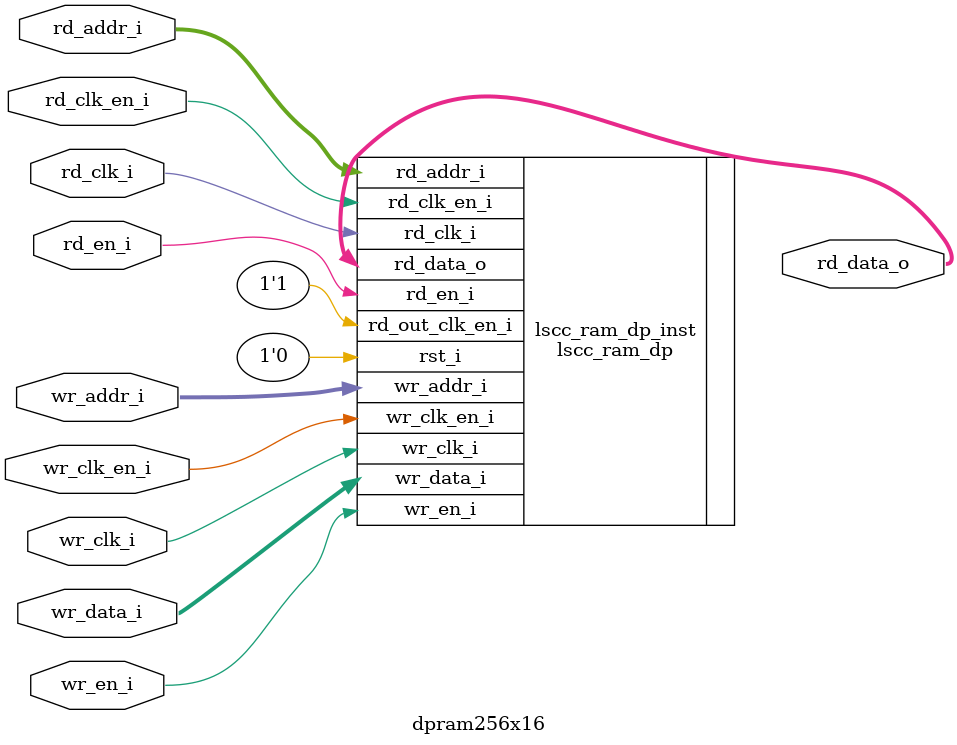
<source format=v>
/*******************************************************************************
    Verilog netlist generated by IPGEN Radiant
    Soft IP Version: 1.0.0
    Tue Mar 20 13:31:57 2018
*******************************************************************************/
/*******************************************************************************
    Include IP core template files.
*******************************************************************************/
`include "core/lscc_ram_dp.v"
/*******************************************************************************
    Wrapper Module generated per user settings.
*******************************************************************************/
module dpram256x16 (wr_clk_i, rd_clk_i, wr_clk_en_i, rd_en_i, rd_clk_en_i,
    wr_en_i, wr_data_i, wr_addr_i, rd_addr_i, rd_data_o);
    input  wr_clk_i;
    input  rd_clk_i;
    input  wr_clk_en_i;
    input  rd_en_i;
    input  rd_clk_en_i;
    input  wr_en_i;
    input  [15:0]  wr_data_i;
    input  [7:0]  wr_addr_i;
    input  [7:0]  rd_addr_i;
    output  [15:0]  rd_data_o;
    lscc_ram_dp #(.WADDR_DEPTH(256),
        .WDATA_WIDTH(16),
        .RADDR_DEPTH(256),
        .RDATA_WIDTH(16),
        .WADDR_WIDTH(8),
        .REGMODE("noreg"),
        .RADDR_WIDTH(8),
        .RESETMODE("sync"),
        .INIT_MODE("none"),
        .INIT_FILE("none"),
        .INIT_FILE_FORMAT("hex"))
    lscc_ram_dp_inst(.wr_clk_i(wr_clk_i),
        .rd_clk_i(rd_clk_i),
        .rst_i(1'b0),
        .wr_clk_en_i(wr_clk_en_i),
        .rd_en_i(rd_en_i),
        .rd_clk_en_i(rd_clk_en_i),
        .rd_out_clk_en_i(1'b1),
        .wr_en_i(wr_en_i),
        .wr_data_i(wr_data_i),
        .wr_addr_i(wr_addr_i),
        .rd_addr_i(rd_addr_i),
        .rd_data_o(rd_data_o));
endmodule
</source>
